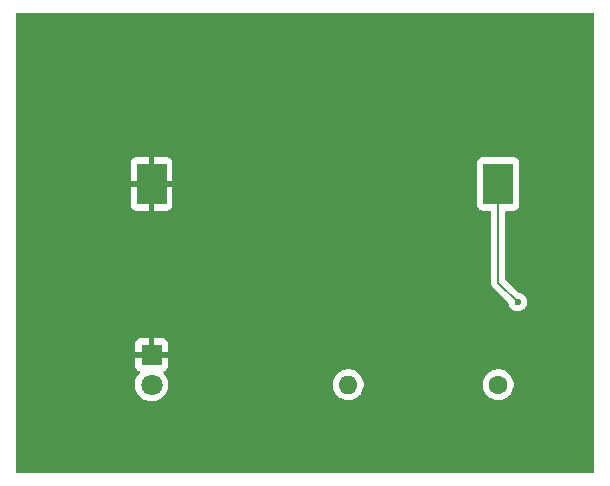
<source format=gbr>
%TF.GenerationSoftware,KiCad,Pcbnew,9.0.0*%
%TF.CreationDate,2025-03-12T20:24:48+03:00*%
%TF.ProjectId,getting-started,67657474-696e-4672-9d73-746172746564,0*%
%TF.SameCoordinates,Original*%
%TF.FileFunction,Copper,L2,Bot*%
%TF.FilePolarity,Positive*%
%FSLAX46Y46*%
G04 Gerber Fmt 4.6, Leading zero omitted, Abs format (unit mm)*
G04 Created by KiCad (PCBNEW 9.0.0) date 2025-03-12 20:24:48*
%MOMM*%
%LPD*%
G01*
G04 APERTURE LIST*
%TA.AperFunction,ComponentPad*%
%ADD10C,1.600000*%
%TD*%
%TA.AperFunction,ComponentPad*%
%ADD11O,1.600000X1.600000*%
%TD*%
%TA.AperFunction,ComponentPad*%
%ADD12R,1.800000X1.800000*%
%TD*%
%TA.AperFunction,ComponentPad*%
%ADD13C,1.800000*%
%TD*%
%TA.AperFunction,SMDPad,CuDef*%
%ADD14R,2.540000X3.510000*%
%TD*%
%TA.AperFunction,ViaPad*%
%ADD15C,0.600000*%
%TD*%
%TA.AperFunction,Conductor*%
%ADD16C,0.200000*%
%TD*%
G04 APERTURE END LIST*
D10*
%TO.P,R1,1*%
%TO.N,VCC*%
X161350000Y-112000000D03*
D11*
%TO.P,R1,2*%
%TO.N,/led*%
X148650000Y-112000000D03*
%TD*%
D12*
%TO.P,D1,1,K*%
%TO.N,GND*%
X132000000Y-109460000D03*
D13*
%TO.P,D1,2,A*%
%TO.N,/led*%
X132000000Y-112000000D03*
%TD*%
D14*
%TO.P,BT1,1,+*%
%TO.N,VCC*%
X161360000Y-95000000D03*
%TO.P,BT1,2,-*%
%TO.N,GND*%
X132000000Y-95000000D03*
%TD*%
D15*
%TO.N,VCC*%
X163000000Y-105000000D03*
%TD*%
D16*
%TO.N,GND*%
X132000000Y-95000000D02*
X132000000Y-109460000D01*
%TO.N,VCC*%
X161360000Y-95000000D02*
X161360000Y-103360000D01*
X161360000Y-103360000D02*
X163000000Y-105000000D01*
%TD*%
%TA.AperFunction,Conductor*%
%TO.N,GND*%
G36*
X169442539Y-80520185D02*
G01*
X169488294Y-80572989D01*
X169499500Y-80624500D01*
X169499500Y-119375500D01*
X169479815Y-119442539D01*
X169427011Y-119488294D01*
X169375500Y-119499500D01*
X120624500Y-119499500D01*
X120557461Y-119479815D01*
X120511706Y-119427011D01*
X120500500Y-119375500D01*
X120500500Y-111889778D01*
X130599500Y-111889778D01*
X130599500Y-112110221D01*
X130633985Y-112327952D01*
X130702103Y-112537603D01*
X130702104Y-112537606D01*
X130770122Y-112671096D01*
X130775479Y-112681610D01*
X130802187Y-112734025D01*
X130931752Y-112912358D01*
X130931756Y-112912363D01*
X131087636Y-113068243D01*
X131087641Y-113068247D01*
X131148258Y-113112287D01*
X131265978Y-113197815D01*
X131394375Y-113263237D01*
X131462393Y-113297895D01*
X131462396Y-113297896D01*
X131567221Y-113331955D01*
X131672049Y-113366015D01*
X131889778Y-113400500D01*
X131889779Y-113400500D01*
X132110221Y-113400500D01*
X132110222Y-113400500D01*
X132327951Y-113366015D01*
X132537606Y-113297895D01*
X132734022Y-113197815D01*
X132912365Y-113068242D01*
X133068242Y-112912365D01*
X133197815Y-112734022D01*
X133297895Y-112537606D01*
X133366015Y-112327951D01*
X133400500Y-112110222D01*
X133400500Y-111897648D01*
X147349500Y-111897648D01*
X147349500Y-112102351D01*
X147381522Y-112304534D01*
X147444781Y-112499223D01*
X147537715Y-112681613D01*
X147658028Y-112847213D01*
X147802786Y-112991971D01*
X147957749Y-113104556D01*
X147968390Y-113112287D01*
X148084607Y-113171503D01*
X148150776Y-113205218D01*
X148150778Y-113205218D01*
X148150781Y-113205220D01*
X148255137Y-113239127D01*
X148345465Y-113268477D01*
X148446557Y-113284488D01*
X148547648Y-113300500D01*
X148547649Y-113300500D01*
X148752351Y-113300500D01*
X148752352Y-113300500D01*
X148954534Y-113268477D01*
X149149219Y-113205220D01*
X149331610Y-113112287D01*
X149424590Y-113044732D01*
X149497213Y-112991971D01*
X149497215Y-112991968D01*
X149497219Y-112991966D01*
X149641966Y-112847219D01*
X149641968Y-112847215D01*
X149641971Y-112847213D01*
X149694732Y-112774590D01*
X149762287Y-112681610D01*
X149855220Y-112499219D01*
X149918477Y-112304534D01*
X149950500Y-112102352D01*
X149950500Y-111897648D01*
X160049500Y-111897648D01*
X160049500Y-112102351D01*
X160081522Y-112304534D01*
X160144781Y-112499223D01*
X160237715Y-112681613D01*
X160358028Y-112847213D01*
X160502786Y-112991971D01*
X160657749Y-113104556D01*
X160668390Y-113112287D01*
X160784607Y-113171503D01*
X160850776Y-113205218D01*
X160850778Y-113205218D01*
X160850781Y-113205220D01*
X160955137Y-113239127D01*
X161045465Y-113268477D01*
X161146557Y-113284488D01*
X161247648Y-113300500D01*
X161247649Y-113300500D01*
X161452351Y-113300500D01*
X161452352Y-113300500D01*
X161654534Y-113268477D01*
X161849219Y-113205220D01*
X162031610Y-113112287D01*
X162124590Y-113044732D01*
X162197213Y-112991971D01*
X162197215Y-112991968D01*
X162197219Y-112991966D01*
X162341966Y-112847219D01*
X162341968Y-112847215D01*
X162341971Y-112847213D01*
X162394732Y-112774590D01*
X162462287Y-112681610D01*
X162555220Y-112499219D01*
X162618477Y-112304534D01*
X162650500Y-112102352D01*
X162650500Y-111897648D01*
X162618477Y-111695465D01*
X162555218Y-111500776D01*
X162521503Y-111434607D01*
X162462287Y-111318390D01*
X162424205Y-111265974D01*
X162341971Y-111152786D01*
X162197213Y-111008028D01*
X162031613Y-110887715D01*
X162031612Y-110887714D01*
X162031610Y-110887713D01*
X161974653Y-110858691D01*
X161849223Y-110794781D01*
X161654534Y-110731522D01*
X161468799Y-110702105D01*
X161452352Y-110699500D01*
X161247648Y-110699500D01*
X161231201Y-110702105D01*
X161045465Y-110731522D01*
X160850776Y-110794781D01*
X160668386Y-110887715D01*
X160502786Y-111008028D01*
X160358028Y-111152786D01*
X160237715Y-111318386D01*
X160144781Y-111500776D01*
X160081522Y-111695465D01*
X160049500Y-111897648D01*
X149950500Y-111897648D01*
X149918477Y-111695465D01*
X149855218Y-111500776D01*
X149821503Y-111434607D01*
X149762287Y-111318390D01*
X149724205Y-111265974D01*
X149641971Y-111152786D01*
X149497213Y-111008028D01*
X149331613Y-110887715D01*
X149331612Y-110887714D01*
X149331610Y-110887713D01*
X149274653Y-110858691D01*
X149149223Y-110794781D01*
X148954534Y-110731522D01*
X148768799Y-110702105D01*
X148752352Y-110699500D01*
X148547648Y-110699500D01*
X148531201Y-110702105D01*
X148345465Y-110731522D01*
X148150776Y-110794781D01*
X147968386Y-110887715D01*
X147802786Y-111008028D01*
X147658028Y-111152786D01*
X147537715Y-111318386D01*
X147444781Y-111500776D01*
X147381522Y-111695465D01*
X147349500Y-111897648D01*
X133400500Y-111897648D01*
X133400500Y-111889778D01*
X133366015Y-111672049D01*
X133297895Y-111462394D01*
X133297895Y-111462393D01*
X133263237Y-111394375D01*
X133197815Y-111265978D01*
X133115573Y-111152781D01*
X133068247Y-111087641D01*
X133068243Y-111087636D01*
X133017683Y-111037076D01*
X132984198Y-110975753D01*
X132989182Y-110906061D01*
X133031054Y-110850128D01*
X133062031Y-110833213D01*
X133142086Y-110803354D01*
X133142093Y-110803350D01*
X133257187Y-110717190D01*
X133257190Y-110717187D01*
X133343350Y-110602093D01*
X133343354Y-110602086D01*
X133393596Y-110467379D01*
X133393598Y-110467372D01*
X133399999Y-110407844D01*
X133400000Y-110407827D01*
X133400000Y-109710000D01*
X132375278Y-109710000D01*
X132419333Y-109633694D01*
X132450000Y-109519244D01*
X132450000Y-109400756D01*
X132419333Y-109286306D01*
X132375278Y-109210000D01*
X133400000Y-109210000D01*
X133400000Y-108512172D01*
X133399999Y-108512155D01*
X133393598Y-108452627D01*
X133393596Y-108452620D01*
X133343354Y-108317913D01*
X133343350Y-108317906D01*
X133257190Y-108202812D01*
X133257187Y-108202809D01*
X133142093Y-108116649D01*
X133142086Y-108116645D01*
X133007379Y-108066403D01*
X133007372Y-108066401D01*
X132947844Y-108060000D01*
X132250000Y-108060000D01*
X132250000Y-109084722D01*
X132173694Y-109040667D01*
X132059244Y-109010000D01*
X131940756Y-109010000D01*
X131826306Y-109040667D01*
X131750000Y-109084722D01*
X131750000Y-108060000D01*
X131052155Y-108060000D01*
X130992627Y-108066401D01*
X130992620Y-108066403D01*
X130857913Y-108116645D01*
X130857906Y-108116649D01*
X130742812Y-108202809D01*
X130742809Y-108202812D01*
X130656649Y-108317906D01*
X130656645Y-108317913D01*
X130606403Y-108452620D01*
X130606401Y-108452627D01*
X130600000Y-108512155D01*
X130600000Y-109210000D01*
X131624722Y-109210000D01*
X131580667Y-109286306D01*
X131550000Y-109400756D01*
X131550000Y-109519244D01*
X131580667Y-109633694D01*
X131624722Y-109710000D01*
X130600000Y-109710000D01*
X130600000Y-110407844D01*
X130606401Y-110467372D01*
X130606403Y-110467379D01*
X130656645Y-110602086D01*
X130656649Y-110602093D01*
X130742809Y-110717187D01*
X130742812Y-110717190D01*
X130857906Y-110803350D01*
X130857913Y-110803354D01*
X130937968Y-110833213D01*
X130993902Y-110875084D01*
X131018319Y-110940549D01*
X131003467Y-111008822D01*
X130982317Y-111037075D01*
X130931756Y-111087636D01*
X130931752Y-111087641D01*
X130802187Y-111265974D01*
X130702104Y-111462393D01*
X130702103Y-111462396D01*
X130633985Y-111672047D01*
X130599500Y-111889778D01*
X120500500Y-111889778D01*
X120500500Y-96802844D01*
X130230000Y-96802844D01*
X130236401Y-96862372D01*
X130236403Y-96862379D01*
X130286645Y-96997086D01*
X130286649Y-96997093D01*
X130372809Y-97112187D01*
X130372812Y-97112190D01*
X130487906Y-97198350D01*
X130487913Y-97198354D01*
X130622620Y-97248596D01*
X130622627Y-97248598D01*
X130682155Y-97254999D01*
X130682172Y-97255000D01*
X131750000Y-97255000D01*
X132250000Y-97255000D01*
X133317828Y-97255000D01*
X133317844Y-97254999D01*
X133377372Y-97248598D01*
X133377379Y-97248596D01*
X133512086Y-97198354D01*
X133512093Y-97198350D01*
X133627187Y-97112190D01*
X133627190Y-97112187D01*
X133713350Y-96997093D01*
X133713354Y-96997086D01*
X133763596Y-96862379D01*
X133763598Y-96862372D01*
X133769999Y-96802844D01*
X133770000Y-96802827D01*
X133770000Y-95250000D01*
X132250000Y-95250000D01*
X132250000Y-97255000D01*
X131750000Y-97255000D01*
X131750000Y-95250000D01*
X130230000Y-95250000D01*
X130230000Y-96802844D01*
X120500500Y-96802844D01*
X120500500Y-93197155D01*
X130230000Y-93197155D01*
X130230000Y-94750000D01*
X131750000Y-94750000D01*
X132250000Y-94750000D01*
X133770000Y-94750000D01*
X133770000Y-93197164D01*
X133769997Y-93197135D01*
X159589500Y-93197135D01*
X159589500Y-96802870D01*
X159589501Y-96802876D01*
X159595908Y-96862483D01*
X159646202Y-96997328D01*
X159646206Y-96997335D01*
X159732452Y-97112544D01*
X159732455Y-97112547D01*
X159847664Y-97198793D01*
X159847671Y-97198797D01*
X159892618Y-97215561D01*
X159982517Y-97249091D01*
X160042127Y-97255500D01*
X160635500Y-97255499D01*
X160702539Y-97275183D01*
X160748294Y-97327987D01*
X160759500Y-97379499D01*
X160759500Y-103273330D01*
X160759499Y-103273348D01*
X160759499Y-103439054D01*
X160759498Y-103439054D01*
X160800423Y-103591785D01*
X160829358Y-103641900D01*
X160829359Y-103641904D01*
X160829360Y-103641904D01*
X160879479Y-103728714D01*
X160879481Y-103728717D01*
X160998349Y-103847585D01*
X160998355Y-103847590D01*
X162165425Y-105014660D01*
X162198910Y-105075983D01*
X162199361Y-105078149D01*
X162230261Y-105233491D01*
X162230264Y-105233501D01*
X162290602Y-105379172D01*
X162290609Y-105379185D01*
X162378210Y-105510288D01*
X162378213Y-105510292D01*
X162489707Y-105621786D01*
X162489711Y-105621789D01*
X162620814Y-105709390D01*
X162620827Y-105709397D01*
X162766498Y-105769735D01*
X162766503Y-105769737D01*
X162921153Y-105800499D01*
X162921156Y-105800500D01*
X162921158Y-105800500D01*
X163078844Y-105800500D01*
X163078845Y-105800499D01*
X163233497Y-105769737D01*
X163379179Y-105709394D01*
X163510289Y-105621789D01*
X163621789Y-105510289D01*
X163709394Y-105379179D01*
X163769737Y-105233497D01*
X163800500Y-105078842D01*
X163800500Y-104921158D01*
X163800500Y-104921155D01*
X163800499Y-104921153D01*
X163769738Y-104766510D01*
X163769737Y-104766503D01*
X163769735Y-104766498D01*
X163709397Y-104620827D01*
X163709390Y-104620814D01*
X163621789Y-104489711D01*
X163621786Y-104489707D01*
X163510292Y-104378213D01*
X163510288Y-104378210D01*
X163379185Y-104290609D01*
X163379172Y-104290602D01*
X163233501Y-104230264D01*
X163233491Y-104230261D01*
X163078149Y-104199361D01*
X163016238Y-104166976D01*
X163014660Y-104165425D01*
X161996819Y-103147584D01*
X161963334Y-103086261D01*
X161960500Y-103059903D01*
X161960500Y-97379499D01*
X161980185Y-97312460D01*
X162032989Y-97266705D01*
X162084500Y-97255499D01*
X162677871Y-97255499D01*
X162677872Y-97255499D01*
X162737483Y-97249091D01*
X162872331Y-97198796D01*
X162987546Y-97112546D01*
X163073796Y-96997331D01*
X163124091Y-96862483D01*
X163130500Y-96802873D01*
X163130499Y-93197128D01*
X163124091Y-93137517D01*
X163073884Y-93002906D01*
X163073797Y-93002671D01*
X163073793Y-93002664D01*
X162987547Y-92887455D01*
X162987544Y-92887452D01*
X162872335Y-92801206D01*
X162872328Y-92801202D01*
X162737482Y-92750908D01*
X162737483Y-92750908D01*
X162677883Y-92744501D01*
X162677881Y-92744500D01*
X162677873Y-92744500D01*
X162677864Y-92744500D01*
X160042129Y-92744500D01*
X160042123Y-92744501D01*
X159982516Y-92750908D01*
X159847671Y-92801202D01*
X159847664Y-92801206D01*
X159732455Y-92887452D01*
X159732452Y-92887455D01*
X159646206Y-93002664D01*
X159646202Y-93002671D01*
X159595908Y-93137517D01*
X159589501Y-93197116D01*
X159589501Y-93197123D01*
X159589500Y-93197135D01*
X133769997Y-93197135D01*
X133763598Y-93137627D01*
X133763596Y-93137620D01*
X133713354Y-93002913D01*
X133713350Y-93002906D01*
X133627190Y-92887812D01*
X133627187Y-92887809D01*
X133512093Y-92801649D01*
X133512086Y-92801645D01*
X133377379Y-92751403D01*
X133377372Y-92751401D01*
X133317844Y-92745000D01*
X132250000Y-92745000D01*
X132250000Y-94750000D01*
X131750000Y-94750000D01*
X131750000Y-92745000D01*
X130682155Y-92745000D01*
X130622627Y-92751401D01*
X130622620Y-92751403D01*
X130487913Y-92801645D01*
X130487906Y-92801649D01*
X130372812Y-92887809D01*
X130372809Y-92887812D01*
X130286649Y-93002906D01*
X130286645Y-93002913D01*
X130236403Y-93137620D01*
X130236401Y-93137627D01*
X130230000Y-93197155D01*
X120500500Y-93197155D01*
X120500500Y-80624500D01*
X120520185Y-80557461D01*
X120572989Y-80511706D01*
X120624500Y-80500500D01*
X169375500Y-80500500D01*
X169442539Y-80520185D01*
G37*
%TD.AperFunction*%
%TD*%
M02*

</source>
